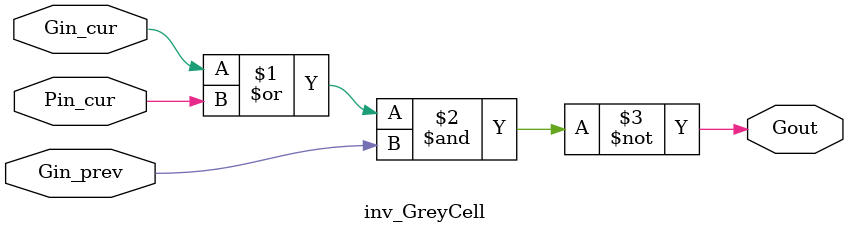
<source format=v>


module inv_GreyCell(
	input wire	Gin_cur,
	input wire	Pin_cur,
	input wire	Gin_prev,
	
	output wire	Gout
);

assign Gout = ~((Gin_cur | Pin_cur) & Gin_prev);

endmodule

</source>
